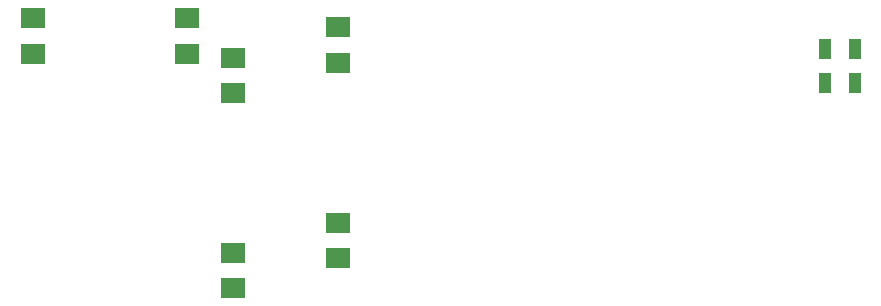
<source format=gbr>
G04 DipTrace 3.1.0.1*
G04 BottomPaste.gbr*
%MOIN*%
G04 #@! TF.FileFunction,Paste,Bot*
G04 #@! TF.Part,Single*
%ADD47R,0.078614X0.07074*%
%ADD61R,0.039244X0.07074*%
%FSLAX26Y26*%
G04*
G70*
G90*
G75*
G01*
G04 BotPaste*
%LPD*%
D61*
X3344000Y1347937D3*
Y1458173D3*
X3444000D3*
Y1347937D3*
D47*
X1216686Y1562749D3*
Y1444639D3*
X704186Y1444000D3*
Y1562110D3*
X1372938Y1312751D3*
Y1430861D3*
Y662749D3*
Y780860D3*
X1722937Y762749D3*
Y880860D3*
Y1531500D3*
Y1413390D3*
M02*

</source>
